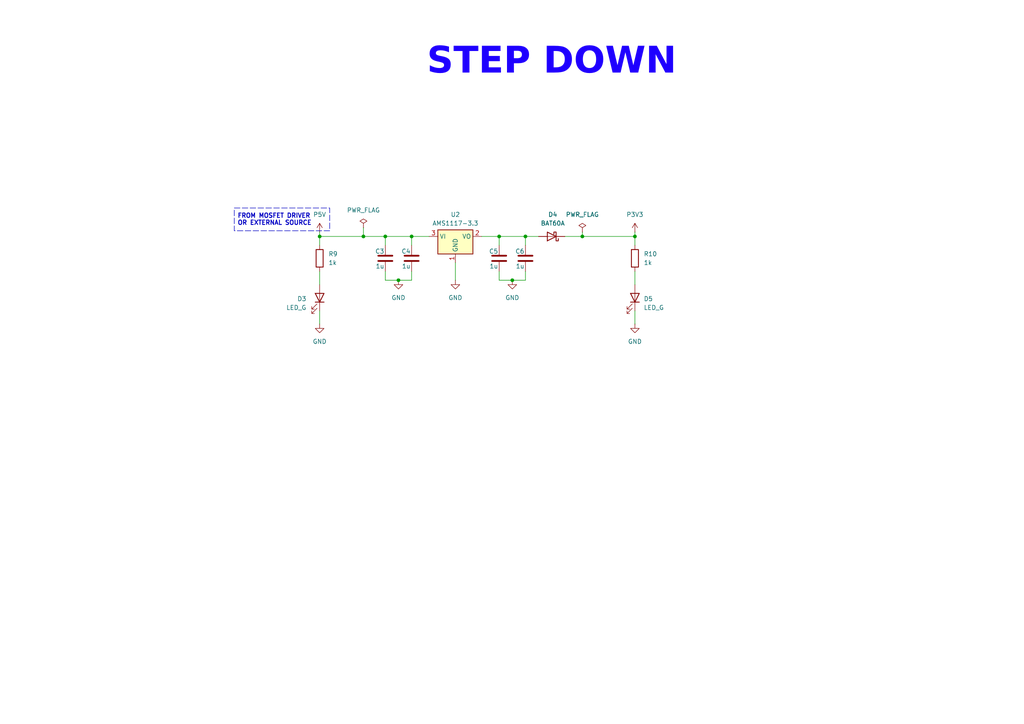
<source format=kicad_sch>
(kicad_sch (version 20250114) (generator "eeschema") (generator_version "9.0")
  (paper "A4")
  (title_block (title "PCB Mastery Project") (date "2026-01-27") (rev "01_1") (company "Integro Consulting AB") (comment 1 "00000001") (comment 2 "TBD") (comment 3 "TBD") (comment 4 "Josue Godinez"))
  (lib_symbols
    (symbol "Device:C" (pin_numbers (hide yes)) (pin_names (offset 0.254))
      (property "Reference" "C" (at 0.635 2.54 0))
      (property "Value" "C" (at 0.635 -2.54 0))
      (symbol "C_0_1"
        (polyline (pts (xy -2.032 0.762) (xy 2.032 0.762)) (stroke (width 0.508)))
        (polyline (pts (xy -2.032 -0.762) (xy 2.032 -0.762)) (stroke (width 0.508)))
      )
      (symbol "C_1_1"
        (pin passive line (at 0 3.81 270) (length 2.794) (name "~") (number "1"))
        (pin passive line (at 0 -3.81 90) (length 2.794) (name "~") (number "2"))
      )
    )
    (symbol "Device:LED" (pin_numbers (hide yes)) (pin_names (offset 1.016) (hide yes))
      (property "Reference" "D" (at 0 2.54 0))
      (property "Value" "LED" (at 0 -2.54 0))
      (symbol "LED_0_1"
        (polyline (pts (xy -3.048 -0.762) (xy -4.572 -2.286) (xy -3.81 -2.286) (xy -4.572 -2.286) (xy -4.572 -1.524)))
        (polyline (pts (xy -1.778 -0.762) (xy -3.302 -2.286) (xy -2.54 -2.286) (xy -3.302 -2.286) (xy -3.302 -1.524)))
        (polyline (pts (xy -1.27 0) (xy 1.27 0)))
        (polyline (pts (xy -1.27 -1.27) (xy -1.27 1.27)) (stroke (width 0.254)))
        (polyline (pts (xy 1.27 -1.27) (xy 1.27 1.27) (xy -1.27 0) (xy 1.27 -1.27)) (stroke (width 0.254)))
      )
      (symbol "LED_1_1"
        (pin passive line (at -3.81 0 0) (length 2.54) (name "K") (number "1"))
        (pin passive line (at 3.81 0 180) (length 2.54) (name "A") (number "2"))
      )
    )
    (symbol "Device:R" (pin_numbers (hide yes)) (pin_names (offset 0))
      (property "Reference" "R" (at 2.032 0 90))
      (property "Value" "R" (at 0 0 90))
      (symbol "R_0_1"
        (rectangle (start -1.016 -2.54) (end 1.016 2.54) (stroke (width 0.254)))
      )
      (symbol "R_1_1"
        (pin passive line (at 0 3.81 270) (length 1.27) (name "~") (number "1"))
        (pin passive line (at 0 -3.81 90) (length 1.27) (name "~") (number "2"))
      )
    )
    (symbol "Diode:BAT60A" (pin_numbers (hide yes)) (pin_names (offset 1.016) (hide yes))
      (property "Reference" "D" (at 0 2.54 0))
      (property "Value" "BAT60A" (at 0 -2.54 0))
      (symbol "BAT60A_0_1"
        (polyline (pts (xy -1.905 0.635) (xy -1.905 1.27) (xy -1.27 1.27) (xy -1.27 -1.27) (xy -0.635 -1.27) (xy -0.635 -0.635)) (stroke (width 0.254)))
        (polyline (pts (xy 1.27 1.27) (xy 1.27 -1.27) (xy -1.27 0) (xy 1.27 1.27)) (stroke (width 0.254)))
        (polyline (pts (xy 1.27 0) (xy -1.27 0)))
      )
      (symbol "BAT60A_1_1"
        (pin passive line (at -3.81 0 0) (length 2.54) (name "K") (number "1"))
        (pin passive line (at 3.81 0 180) (length 2.54) (name "A") (number "2"))
      )
    )
    (symbol "Regulator_Linear:AMS1117-3.3"
      (property "Reference" "U" (at -3.81 3.175 0))
      (property "Value" "AMS1117-3.3" (at 0 3.175 0))
      (symbol "AMS1117-3.3_0_1"
        (rectangle (start -5.08 -5.08) (end 5.08 1.905) (stroke (width 0.254)) (fill (type background)))
      )
      (symbol "AMS1117-3.3_1_1"
        (pin power_in line (at -7.62 0 0) (length 2.54) (name "VI") (number "3"))
        (pin power_in line (at 0 -7.62 90) (length 2.54) (name "GND") (number "1"))
        (pin power_out line (at 7.62 0 180) (length 2.54) (name "VO") (number "2"))
      )
    )
    (symbol "power:+3.3V" (power) (pin_numbers (hide yes)) (pin_names (offset 0) (hide yes))
      (property "Value" "+3.3V" (at 0 3.556 0))
      (symbol "+3.3V_0_1"
        (polyline (pts (xy -0.762 1.27) (xy 0 2.54)))
        (polyline (pts (xy 0 2.54) (xy 0.762 1.27)))
        (polyline (pts (xy 0 0) (xy 0 2.54)))
      )
      (symbol "+3.3V_1_1"
        (pin power_in line (at 0 0 90) (length 0) (name "~") (number "1"))
      )
    )
    (symbol "power:GND" (power) (pin_numbers (hide yes)) (pin_names (offset 0) (hide yes))
      (property "Value" "GND" (at 0 -3.81 0))
      (symbol "GND_0_1"
        (polyline (pts (xy 0 0) (xy 0 -1.27) (xy 1.27 -1.27) (xy 0 -2.54) (xy -1.27 -1.27) (xy 0 -1.27)))
      )
      (symbol "GND_1_1"
        (pin power_in line (at 0 0 270) (length 0) (name "~") (number "1"))
      )
    )
    (symbol "power:PWR_FLAG" (power) (pin_numbers (hide yes)) (pin_names (offset 0) (hide yes))
      (property "Value" "PWR_FLAG" (at 0 3.81 0))
      (symbol "PWR_FLAG_0_0"
        (pin power_out line (at 0 0 90) (length 0) (name "~") (number "1"))
      )
      (symbol "PWR_FLAG_0_1"
        (polyline (pts (xy 0 0) (xy 0 1.27) (xy -1.016 1.905) (xy 0 2.54) (xy 1.016 1.905) (xy 0 1.27)))
      )
    )
  )
  (rectangle (start 67.945 60.325) (end 95.631 66.929) (stroke (width 0) (type dash)))
  (text "FROM MOSFET DRIVER\nOR EXTERNAL SOURCE" (at 68.834 63.754 0) (effects (font (size 1.27 1.27) (thickness 0.254) (bold yes)) (justify left)))
  (text "STEP DOWN" (at 160.02 20.066 0) (effects (font (size 7.62 7.62) (thickness 0.254) (bold yes))))
  (junction (at 184.15 68.58))
  (junction (at 148.59 81.28))
  (junction (at 119.38 68.58))
  (junction (at 152.4 68.58))
  (junction (at 115.57 81.28))
  (junction (at 105.41 68.58))
  (junction (at 92.71 68.58))
  (junction (at 111.76 68.58))
  (junction (at 168.91 68.58))
  (junction (at 144.78 68.58))
  (wire (pts (xy 184.15 90.17) (xy 184.15 93.98)))
  (wire (pts (xy 152.4 68.58) (xy 156.21 68.58)))
  (wire (pts (xy 144.78 68.58) (xy 144.78 71.12)))
  (wire (pts (xy 111.76 81.28) (xy 111.76 78.74)))
  (wire (pts (xy 105.41 66.04) (xy 105.41 68.58)))
  (wire (pts (xy 115.57 81.28) (xy 119.38 81.28)))
  (wire (pts (xy 144.78 81.28) (xy 148.59 81.28)))
  (wire (pts (xy 139.7 68.58) (xy 144.78 68.58)))
  (wire (pts (xy 168.91 68.58) (xy 184.15 68.58)))
  (wire (pts (xy 105.41 68.58) (xy 111.76 68.58)))
  (wire (pts (xy 184.15 67.31) (xy 184.15 68.58)))
  (wire (pts (xy 163.83 68.58) (xy 168.91 68.58)))
  (wire (pts (xy 92.71 67.31) (xy 92.71 68.58)))
  (wire (pts (xy 92.71 71.12) (xy 92.71 68.58)))
  (wire (pts (xy 132.08 81.28) (xy 132.08 76.2)))
  (wire (pts (xy 184.15 82.55) (xy 184.15 78.74)))
  (wire (pts (xy 92.71 82.55) (xy 92.71 78.74)))
  (wire (pts (xy 119.38 68.58) (xy 119.38 71.12)))
  (wire (pts (xy 92.71 90.17) (xy 92.71 93.98)))
  (wire (pts (xy 144.78 81.28) (xy 144.78 78.74)))
  (wire (pts (xy 144.78 68.58) (xy 152.4 68.58)))
  (wire (pts (xy 119.38 78.74) (xy 119.38 81.28)))
  (wire (pts (xy 152.4 78.74) (xy 152.4 81.28)))
  (wire (pts (xy 111.76 68.58) (xy 111.76 71.12)))
  (wire (pts (xy 152.4 68.58) (xy 152.4 71.12)))
  (wire (pts (xy 92.71 68.58) (xy 105.41 68.58)))
  (wire (pts (xy 148.59 81.28) (xy 152.4 81.28)))
  (wire (pts (xy 184.15 68.58) (xy 184.15 71.12)))
  (wire (pts (xy 119.38 68.58) (xy 124.46 68.58)))
  (wire (pts (xy 168.91 67.31) (xy 168.91 68.58)))
  (wire (pts (xy 111.76 68.58) (xy 119.38 68.58)))
  (wire (pts (xy 111.76 81.28) (xy 115.57 81.28)))
  (symbol (lib_id "power:+3.3V") (at 184.15 67.31 0) (mirror y) (unit 1)
    (property "Reference" "#PWR017" (effects (hide yes)))
    (property "Value" "P3V3" (at 184.15 62.23 0))
    (property "Description" "Power symbol creates a global label with name \"+3.3V\"" (effects (hide yes)))
  )
  (symbol (lib_id "Device:C") (at 152.4 74.93 0) (mirror y) (unit 1)
    (property "Reference" "C6" (at 152.146 72.898 0) (effects (justify left)))
    (property "Value" "1u" (at 152.146 77.216 0) (effects (justify left)))
    (property "Footprint" "Capacitor_SMD:C_0603_1608Metric" (effects (hide yes)))
    (property "Description" "CAP CER 1UF 10V X5R 0603" (effects (hide yes)))
    (property "Package" "0603" (effects (hide yes)))
    (property "Voltage Rating" "10V" (effects (hide yes)))
    (property "Temp Coeff" "X5R" (effects (hide yes)))
    (property "Tolerance" "10%" (effects (hide yes)))
  )
  (symbol (lib_id "Device:C") (at 144.78 74.93 0) (mirror y) (unit 1)
    (property "Reference" "C5" (at 144.526 72.898 0) (effects (justify left)))
    (property "Value" "1u" (at 144.526 77.216 0) (effects (justify left)))
    (property "Footprint" "Capacitor_SMD:C_0603_1608Metric" (effects (hide yes)))
    (property "Description" "CAP CER 1UF 10V X5R 0603" (effects (hide yes)))
    (property "Package" "0603" (effects (hide yes)))
    (property "Voltage Rating" "10V" (effects (hide yes)))
    (property "Temp Coeff" "X5R" (effects (hide yes)))
    (property "Tolerance" "10%" (effects (hide yes)))
  )
  (symbol (lib_id "power:GND") (at 115.57 81.28 0) (mirror y) (unit 1)
    (property "Reference" "#PWR014" (effects (hide yes)))
    (property "Value" "GND" (at 115.57 86.36 0))
    (property "Description" "Power symbol creates a global label with name \"GND\" , ground" (effects (hide yes)))
  )
  (symbol (lib_id "power:GND") (at 148.59 81.28 0) (mirror y) (unit 1)
    (property "Reference" "#PWR016" (effects (hide yes)))
    (property "Value" "GND" (at 148.59 86.36 0))
    (property "Description" "Power symbol creates a global label with name \"GND\" , ground" (effects (hide yes)))
  )
  (symbol (lib_id "Device:LED") (at 92.71 86.36 270) (mirror x) (unit 1)
    (property "Reference" "D3" (at 88.9 86.6774 90) (effects (justify right)))
    (property "Value" "LED_G" (at 88.9 89.2174 90) (effects (justify right)))
    (property "Footprint" "Diode_SMD:D_1206_3216Metric" (effects (hide yes)))
    (property "Description" "LED GREEN CLEAR 1206 SMD" (effects (hide yes)))
    (property "Sim.Pins" "1=K 2=A" (effects (hide yes)))
    (property "Manufacturer" "Everlight" (effects (hide yes)))
    (property "MPN" "15-21/GHC-XS1T1/2T" (effects (hide yes)))
    (property "Package" "1206" (effects (hide yes)))
  )
  (symbol (lib_id "power:GND") (at 184.15 93.98 0) (mirror y) (unit 1)
    (property "Reference" "#PWR018" (effects (hide yes)))
    (property "Value" "GND" (at 184.15 99.06 0))
    (property "Description" "Power symbol creates a global label with name \"GND\" , ground" (effects (hide yes)))
  )
  (symbol (lib_id "Device:R") (at 92.71 74.93 0) (unit 1)
    (property "Reference" "R9" (at 95.25 73.6599 0) (effects (justify left)))
    (property "Value" "1k" (at 95.25 76.1999 0) (effects (justify left)))
    (property "Footprint" "Resistor_SMD:R_0603_1608Metric" (effects (hide yes)))
    (property "Description" "RES 1k OHM 0603 ±1% 1/10W" (effects (hide yes)))
    (property "Package" "0603" (effects (hide yes)))
    (property "Tolerance" "1%" (effects (hide yes)))
    (property "Power Rating" "1/10W" (effects (hide yes)))
  )
  (symbol (lib_id "power:GND") (at 92.71 93.98 0) (mirror y) (unit 1)
    (property "Reference" "#PWR013" (effects (hide yes)))
    (property "Value" "GND" (at 92.71 99.06 0))
    (property "Description" "Power symbol creates a global label with name \"GND\" , ground" (effects (hide yes)))
  )
  (symbol (lib_id "power:PWR_FLAG") (at 105.41 66.04 0) (unit 1)
    (property "Reference" "#FLG01" (effects (hide yes)))
    (property "Value" "PWR_FLAG" (at 105.41 60.96 0))
    (property "Description" "Special symbol for telling ERC where power comes from" (effects (hide yes)))
  )
  (symbol (lib_id "Device:LED") (at 184.15 86.36 270) (mirror x) (unit 1)
    (property "Reference" "D5" (at 186.69 86.6774 90) (effects (justify left)))
    (property "Value" "LED_G" (at 186.69 89.2174 90) (effects (justify left)))
    (property "Footprint" "Diode_SMD:D_1206_3216Metric" (effects (hide yes)))
    (property "Description" "LED GREEN CLEAR 1206 SMD" (effects (hide yes)))
    (property "Sim.Pins" "1=K 2=A" (effects (hide yes)))
    (property "Manufacturer" "Everlight" (effects (hide yes)))
    (property "MPN" "15-21/GHC-XS1T1/2T" (effects (hide yes)))
    (property "Package" "1206" (effects (hide yes)))
  )
  (symbol (lib_id "Device:R") (at 184.15 74.93 0) (unit 1)
    (property "Reference" "R10" (at 186.69 73.6599 0) (effects (justify left)))
    (property "Value" "1k" (at 186.69 76.1999 0) (effects (justify left)))
    (property "Footprint" "Resistor_SMD:R_0603_1608Metric" (effects (hide yes)))
    (property "Description" "RES 1k OHM 0603 ±1% 1/10W" (effects (hide yes)))
    (property "Package" "0603" (effects (hide yes)))
    (property "Tolerance" "1%" (effects (hide yes)))
    (property "Power Rating" "1/10W" (effects (hide yes)))
  )
  (symbol (lib_id "Diode:BAT60A") (at 160.02 68.58 180) (unit 1)
    (property "Reference" "D4" (at 160.3375 62.23 0))
    (property "Value" "BAT60A" (at 160.3375 64.77 0))
    (property "Footprint" "Diode_SMD:D_SOD-323" (effects (hide yes)))
    (property "Datasheet" "https://www.infineon.com/dgdl/Infineon-BAT60ASERIES-DS-v01_01-en.pdf?fileId=db3a304313d846880113def70c9304a9" (effects (hide yes)))
    (property "Description" "10V 3A High Current Recitifier Schottky Diode, SOD-323" (effects (hide yes)))
    (property "MPN" "BAT60A" (effects (hide yes)))
    (property "Manufacturer" "Infineon" (effects (hide yes)))
    (property "Package" "SOD-323" (effects (hide yes)))
  )
  (symbol (lib_id "power:PWR_FLAG") (at 168.91 67.31 0) (unit 1)
    (property "Reference" "#FLG02" (effects (hide yes)))
    (property "Value" "PWR_FLAG" (at 168.91 62.23 0))
    (property "Description" "Special symbol for telling ERC where power comes from" (effects (hide yes)))
  )
  (symbol (lib_id "power:GND") (at 132.08 81.28 0) (mirror y) (unit 1)
    (property "Reference" "#PWR015" (effects (hide yes)))
    (property "Value" "GND" (at 132.08 86.36 0))
    (property "Description" "Power symbol creates a global label with name \"GND\" , ground" (effects (hide yes)))
  )
  (symbol (lib_id "Regulator_Linear:AMS1117-3.3") (at 132.08 68.58 0) (unit 1)
    (property "Reference" "U2" (at 132.08 62.23 0))
    (property "Value" "AMS1117-3.3" (at 132.08 64.77 0))
    (property "Footprint" "Package_TO_SOT_SMD:SOT-223-3_TabPin2" (effects (hide yes)))
    (property "Datasheet" "http://www.advanced-monolithic.com/pdf/ds1117.pdf" (effects (hide yes)))
    (property "Description" "1A Low Dropout regulator, positive, 3.3V fixed output, SOT-223" (effects (hide yes)))
    (property "MPN" "AMS1117-3.3" (effects (hide yes)))
    (property "Manufacturer" "Advanced Monolithic Systems" (effects (hide yes)))
    (property "Package" "3pin SOT-223" (effects (hide yes)))
  )
  (symbol (lib_id "power:+3.3V") (at 92.71 67.31 0) (mirror y) (unit 1)
    (property "Reference" "#PWR012" (effects (hide yes)))
    (property "Value" "P5V" (at 92.71 62.23 0))
    (property "Description" "Power symbol creates a global label with name \"+3.3V\"" (effects (hide yes)))
  )
  (symbol (lib_id "Device:C") (at 119.38 74.93 0) (mirror y) (unit 1)
    (property "Reference" "C4" (at 119.126 72.898 0) (effects (justify left)))
    (property "Value" "1u" (at 119.126 77.216 0) (effects (justify left)))
    (property "Footprint" "Capacitor_SMD:C_0603_1608Metric" (effects (hide yes)))
    (property "Description" "CAP CER 1UF 10V X5R 0603" (effects (hide yes)))
    (property "Package" "0603" (effects (hide yes)))
    (property "Voltage Rating" "10V" (effects (hide yes)))
    (property "Temp Coeff" "X5R" (effects (hide yes)))
    (property "Tolerance" "10%" (effects (hide yes)))
  )
  (symbol (lib_id "Device:C") (at 111.76 74.93 0) (mirror y) (unit 1)
    (property "Reference" "C3" (at 111.506 72.898 0) (effects (justify left)))
    (property "Value" "1u" (at 111.506 77.216 0) (effects (justify left)))
    (property "Footprint" "Capacitor_SMD:C_0603_1608Metric" (effects (hide yes)))
    (property "Description" "CAP CER 1UF 10V X5R 0603" (effects (hide yes)))
    (property "Package" "0603" (effects (hide yes)))
    (property "Voltage Rating" "10V" (effects (hide yes)))
    (property "Temp Coeff" "X5R" (effects (hide yes)))
    (property "Tolerance" "10%" (effects (hide yes)))
  )
)
</source>
